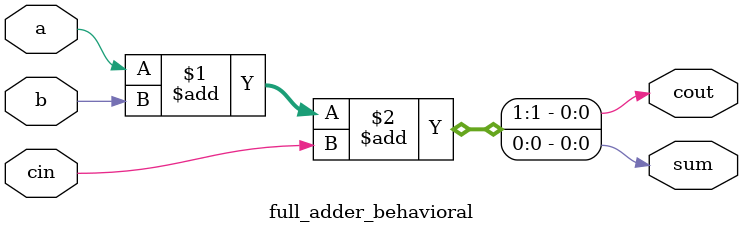
<source format=v>
`timescale 1ns / 1ps
module full_adder_behavioral(
		input a,
		input b,
		input cin,
		
		output cout,
		output sum
    );
	 
	 assign {cout, sum} = a + b + cin;
	 
	 

endmodule

</source>
